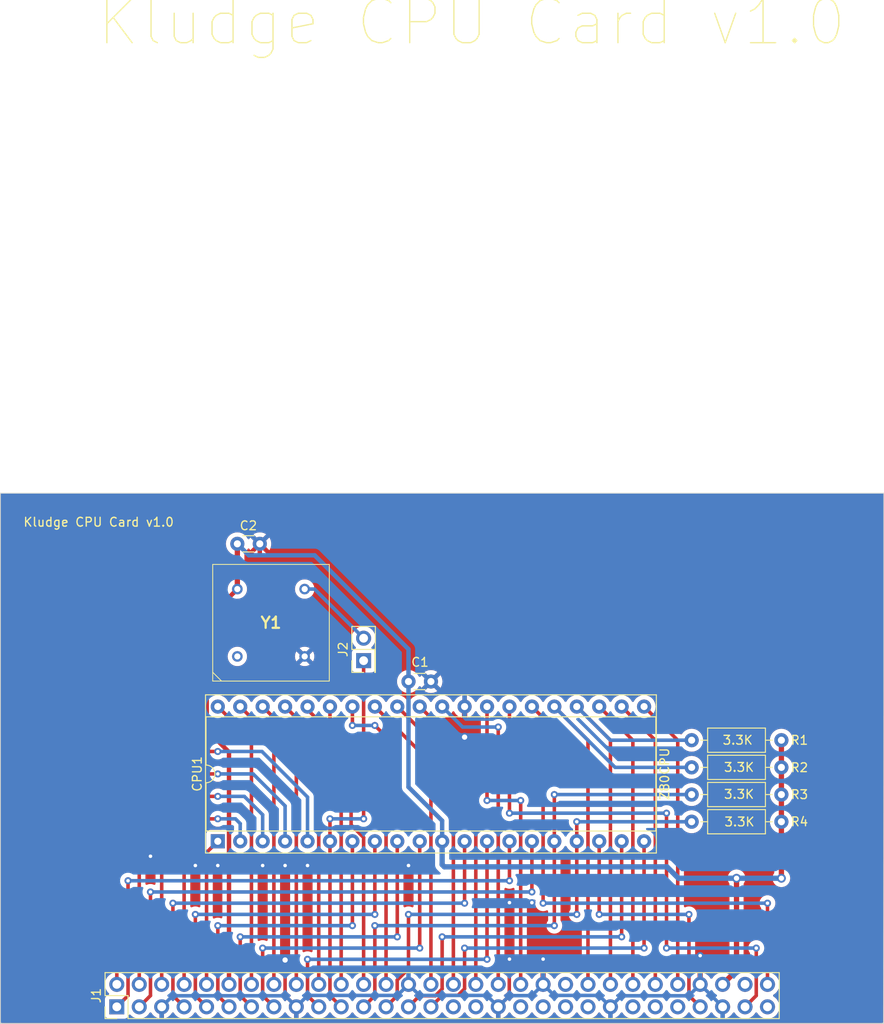
<source format=kicad_pcb>
(kicad_pcb (version 20240108) (generator "pcbnew") (generator_version "8.0")
  (layers (0 "F.Cu" signal) (31 "B.Cu" signal) (34 "B.Paste" user) (35 "F.Paste" user) (36 "B.SilkS" user "B.Silkscreen") (37 "F.SilkS" user "F.Silkscreen") (38 "B.Mask" user) (39 "F.Mask" user) (44 "Edge.Cuts" user))
  (net 0 "")
  (net 1 "VCC")
  (net 2 "GND")
  (net 3 "SYSCLK")
  (net 4 "INT")
  (net 5 "NMI")
  (net 6 "HALT")
  (net 7 "MREQ")
  (net 8 "IOREQ")
  (net 9 "RD")
  (net 10 "WR")
  (net 11 "BUSAK")
  (net 12 "WAIT")
  (net 13 "BUSRQ")
  (net 14 "RESET")
  (net 15 "M1")
  (net 16 "RFSH")
  (net 18 "Net-(J2-Pin_2)")
  (net 20 "/A3")
  (net 21 "/A12")
  (net 22 "/A7")
  (net 23 "/A6")
  (net 24 "/D6")
  (net 25 "/D4")
  (net 26 "/A9")
  (net 27 "/A4")
  (net 28 "/D1")
  (net 29 "/A8")
  (net 30 "/A11")
  (net 31 "/A1")
  (net 32 "/A15")
  (net 33 "/A13")
  (net 34 "/A5")
  (net 35 "/A0")
  (net 36 "/D2")
  (net 37 "/A10")
  (net 38 "/D7")
  (net 39 "/A14")
  (net 40 "/A2")
  (net 41 "/D3")
  (net 42 "/D5")
  (net 50 "/D0")
  (footprint "Z80 Parts:C_Disc_D3.0mm_W1.6mm_P2.54mm" (layer "F.Cu") (at 146.195 111.31)
    (property "Reference" "C1" (at 1.3 -2.185 0) (layer "F.SilkS"))
    (property "Value" "100 nF")
    (fp_line (start 0.621 -0.92) (end 1.879 -0.92) (stroke (width 0.12)) (layer "F.SilkS"))
    (fp_line (start 0.621 0.92) (end 1.879 0.92) (stroke (width 0.12)) (layer "F.SilkS"))
    (pad "1" thru_hole circle (at 0 0) (size 1.6 1.6) (drill 0.8) (layers "*.Cu" "*.Mask") (net 1 "VCC"))
    (pad "2" thru_hole circle (at 2.54 0) (size 1.6 1.6) (drill 0.8) (layers "*.Cu" "*.Mask") (net 2 "GND"))
  )
  (footprint "Resistor_THT:R_Axial_DIN0207_L6.3mm_D2.5mm_P10.16mm_Horizontal" (layer "F.Cu") (at 178.25 127.175)
    (property "Reference" "R4" (at 12.2 0 0) (layer "F.SilkS"))
    (property "Value" "3.3K")
    (fp_line (start 1.04 0) (end 1.81 0) (stroke (width 0.12)) (layer "F.SilkS"))
    (fp_line (start 1.81 -1.37) (end 1.81 1.37) (stroke (width 0.12)) (layer "F.SilkS"))
    (fp_line (start 1.81 1.37) (end 8.35 1.37) (stroke (width 0.12)) (layer "F.SilkS"))
    (fp_line (start 8.35 -1.37) (end 1.81 -1.37) (stroke (width 0.12)) (layer "F.SilkS"))
    (fp_line (start 8.35 1.37) (end 8.35 -1.37) (stroke (width 0.12)) (layer "F.SilkS"))
    (fp_line (start 9.12 0) (end 8.35 0) (stroke (width 0.12)) (layer "F.SilkS"))
    (pad "1" thru_hole circle (at 0 0) (size 1.6 1.6) (drill 0.8) (layers "*.Cu" "*.Mask") (net 5 "NMI"))
    (pad "2" thru_hole oval (at 10.16 0) (size 1.6 1.6) (drill 0.8) (layers "*.Cu" "*.Mask") (net 1 "VCC"))
  )
  (footprint "Z80 Parts:ECS-2100AX-100" (layer "F.Cu") (at 126.82 108.47)
    (property "Reference" "Y1" (at 3.81 -3.81 0) (layer "F.SilkS") (effects (font (size 1.27 1.27) (thickness 0.254))))
    (property "Value" "ECS-2100AX-200" (hide yes))
    (fp_line (start -2.79 -10.41) (end -2.79 2.79) (stroke (width 0.1)) (layer "F.SilkS"))
    (fp_line (start -2.79 2.79) (end -1.79 2.79) (stroke (width 0.1)) (layer "F.SilkS"))
    (fp_line (start -2.79 2.79) (end 10.41 2.79) (stroke (width 0.1)) (layer "F.SilkS"))
    (fp_line (start -1.79 2.79) (end -2.79 1.79) (stroke (width 0.1)) (layer "F.SilkS"))
    (fp_line (start 10.41 -10.41) (end -2.79 -10.41) (stroke (width 0.1)) (layer "F.SilkS"))
    (fp_line (start 10.41 2.79) (end 10.41 -10.41) (stroke (width 0.1)) (layer "F.SilkS"))
    (pad "1" thru_hole circle (at 0 0) (size 1.2 1.2) (drill 0.7) (layers "*.Cu" "*.Mask"))
    (pad "4" thru_hole circle (at 7.62 0) (size 1.2 1.2) (drill 0.7) (layers "*.Cu" "*.Mask") (net 2 "GND"))
    (pad "5" thru_hole circle (at 7.62 -7.62) (size 1.2 1.2) (drill 0.7) (layers "*.Cu" "*.Mask") (net 18 "Net-(J2-Pin_2)"))
    (pad "8" thru_hole circle (at 0 -7.62) (size 1.2 1.2) (drill 0.7) (layers "*.Cu" "*.Mask") (net 1 "VCC"))
  )
  (footprint "Connector_PinHeader_2.54mm:PinHeader_2x30_P2.54mm_Vertical" (layer "F.Cu") (at 113.175 148.115 90)
    (property "Reference" "J1" (at 1.27 -2.33 90) (layer "F.SilkS"))
    (property "Value" "Conn1")
    (fp_line (start 3.87 -1.33) (end 3.87 74.99) (stroke (width 0.12)) (layer "F.SilkS"))
    (fp_line (start 1.27 -1.33) (end 3.87 -1.33) (stroke (width 0.12)) (layer "F.SilkS"))
    (fp_line (start -1.33 -1.33) (end 0 -1.33) (stroke (width 0.12)) (layer "F.SilkS"))
    (fp_line (start -1.33 0) (end -1.33 -1.33) (stroke (width 0.12)) (layer "F.SilkS"))
    (fp_line (start 1.27 1.27) (end 1.27 -1.33) (stroke (width 0.12)) (layer "F.SilkS"))
    (fp_line (start -1.33 1.27) (end 1.27 1.27) (stroke (width 0.12)) (layer "F.SilkS"))
    (fp_line (start -1.33 1.27) (end -1.33 74.99) (stroke (width 0.12)) (layer "F.SilkS"))
    (fp_line (start -1.33 74.99) (end 3.87 74.99) (stroke (width 0.12)) (layer "F.SilkS"))
    (pad "1" thru_hole rect (at 0 0 90) (size 1.7 1.7) (drill 1) (layers "*.Cu" "*.Mask") (net 50 "/D0"))
    (pad "2" thru_hole oval (at 2.54 0 90) (size 1.7 1.7) (drill 1) (layers "*.Cu" "*.Mask") (net 32 "/A15"))
    (pad "3" thru_hole oval (at 0 2.54 90) (size 1.7 1.7) (drill 1) (layers "*.Cu" "*.Mask") (net 28 "/D1"))
    (pad "4" thru_hole oval (at 2.54 2.54 90) (size 1.7 1.7) (drill 1) (layers "*.Cu" "*.Mask") (net 39 "/A14"))
    (pad "5" thru_hole oval (at 0 5.08 90) (size 1.7 1.7) (drill 1) (layers "*.Cu" "*.Mask") (net 2 "GND"))
    (pad "6" thru_hole oval (at 2.54 5.08 90) (size 1.7 1.7) (drill 1) (layers "*.Cu" "*.Mask") (net 33 "/A13"))
    (pad "7" thru_hole oval (at 0 7.62 90) (size 1.7 1.7) (drill 1) (layers "*.Cu" "*.Mask") (net 36 "/D2"))
    (pad "8" thru_hole oval (at 2.54 7.62 90) (size 1.7 1.7) (drill 1) (layers "*.Cu" "*.Mask") (net 21 "/A12"))
    (pad "9" thru_hole oval (at 0 10.16 90) (size 1.7 1.7) (drill 1) (layers "*.Cu" "*.Mask") (net 41 "/D3"))
    (pad "10" thru_hole oval (at 2.54 10.16 90) (size 1.7 1.7) (drill 1) (layers "*.Cu" "*.Mask") (net 30 "/A11"))
    (pad "11" thru_hole oval (at 0 12.7 90) (size 1.7 1.7) (drill 1) (layers "*.Cu" "*.Mask") (net 25 "/D4"))
    (pad "12" thru_hole oval (at 2.54 12.7 90) (size 1.7 1.7) (drill 1) (layers "*.Cu" "*.Mask") (net 1 "VCC"))
    (pad "13" thru_hole oval (at 0 15.24 90) (size 1.7 1.7) (drill 1) (layers "*.Cu" "*.Mask") (net 42 "/D5"))
    (pad "14" thru_hole oval (at 2.54 15.24 90) (size 1.7 1.7) (drill 1) (layers "*.Cu" "*.Mask") (net 37 "/A10"))
    (pad "15" thru_hole oval (at 0 17.78 90) (size 1.7 1.7) (drill 1) (layers "*.Cu" "*.Mask") (net 24 "/D6"))
    (pad "16" thru_hole oval (at 2.54 17.78 90) (size 1.7 1.7) (drill 1) (layers "*.Cu" "*.Mask") (net 26 "/A9"))
    (pad "17" thru_hole oval (at 0 20.32 90) (size 1.7 1.7) (drill 1) (layers "*.Cu" "*.Mask") (net 2 "GND"))
    (pad "18" thru_hole oval (at 2.54 20.32 90) (size 1.7 1.7) (drill 1) (layers "*.Cu" "*.Mask") (net 29 "/A8"))
    (pad "19" thru_hole oval (at 0 22.86 90) (size 1.7 1.7) (drill 1) (layers "*.Cu" "*.Mask") (net 38 "/D7"))
    (pad "20" thru_hole oval (at 2.54 22.86 90) (size 1.7 1.7) (drill 1) (layers "*.Cu" "*.Mask") (net 22 "/A7"))
    (pad "21" thru_hole oval (at 0 25.4 90) (size 1.7 1.7) (drill 1) (layers "*.Cu" "*.Mask") (net 3 "SYSCLK"))
    (pad "22" thru_hole oval (at 2.54 25.4 90) (size 1.7 1.7) (drill 1) (layers "*.Cu" "*.Mask") (net 23 "/A6"))
    (pad "23" thru_hole oval (at 0 27.94 90) (size 1.7 1.7) (drill 1) (layers "*.Cu" "*.Mask") (net 4 "INT"))
    (pad "24" thru_hole oval (at 2.54 27.94 90) (size 1.7 1.7) (drill 1) (layers "*.Cu" "*.Mask") (net 34 "/A5"))
    (pad "25" thru_hole oval (at 0 30.48 90) (size 1.7 1.7) (drill 1) (layers "*.Cu" "*.Mask") (net 5 "NMI"))
    (pad "26" thru_hole oval (at 2.54 30.48 90) (size 1.7 1.7) (drill 1) (layers "*.Cu" "*.Mask") (net 27 "/A4"))
    (pad "27" thru_hole oval (at 0 33.02 90) (size 1.7 1.7) (drill 1) (layers "*.Cu" "*.Mask") (net 7 "MREQ"))
    (pad "28" thru_hole oval (at 2.54 33.02 90) (size 1.7 1.7) (drill 1) (layers "*.Cu" "*.Mask") (net 2 "GND"))
    (pad "29" thru_hole oval (at 0 35.56 90) (size 1.7 1.7) (drill 1) (layers "*.Cu" "*.Mask") (net 8 "IOREQ"))
    (pad "30" thru_hole oval (at 2.54 35.56 90) (size 1.7 1.7) (drill 1) (layers "*.Cu" "*.Mask") (net 20 "/A3"))
    (pad "31" thru_hole oval (at 0 38.1 90) (size 1.7 1.7) (drill 1) (layers "*.Cu" "*.Mask"))
    (pad "32" thru_hole oval (at 2.54 38.1 90) (size 1.7 1.7) (drill 1) (layers "*.Cu" "*.Mask") (net 40 "/A2"))
    (pad "33" thru_hole oval (at 0 40.64 90) (size 1.7 1.7) (drill 1) (layers "*.Cu" "*.Mask"))
    (pad "34" thru_hole oval (at 2.54 40.64 90) (size 1.7 1.7) (drill 1) (layers "*.Cu" "*.Mask") (net 31 "/A1"))
    (pad "35" thru_hole oval (at 0 43.18 90) (size 1.7 1.7) (drill 1) (layers "*.Cu" "*.Mask") (net 2 "GND"))
    (pad "36" thru_hole oval (at 2.54 43.18 90) (size 1.7 1.7) (drill 1) (layers "*.Cu" "*.Mask") (net 35 "/A0"))
    (pad "37" thru_hole oval (at 0 45.72 90) (size 1.7 1.7) (drill 1) (layers "*.Cu" "*.Mask"))
    (pad "38" thru_hole oval (at 2.54 45.72 90) (size 1.7 1.7) (drill 1) (layers "*.Cu" "*.Mask") (net 16 "RFSH"))
    (pad "39" thru_hole oval (at 0 48.26 90) (size 1.7 1.7) (drill 1) (layers "*.Cu" "*.Mask"))
    (pad "40" thru_hole oval (at 2.54 48.26 90) (size 1.7 1.7) (drill 1) (layers "*.Cu" "*.Mask") (net 2 "GND"))
    (pad "41" thru_hole oval (at 0 50.8 90) (size 1.7 1.7) (drill 1) (layers "*.Cu" "*.Mask"))
    (pad "42" thru_hole oval (at 2.54 50.8 90) (size 1.7 1.7) (drill 1) (layers "*.Cu" "*.Mask"))
    (pad "43" thru_hole oval (at 0 53.34 90) (size 1.7 1.7) (drill 1) (layers "*.Cu" "*.Mask"))
    (pad "44" thru_hole oval (at 2.54 53.34 90) (size 1.7 1.7) (drill 1) (layers "*.Cu" "*.Mask") (net 13 "BUSRQ"))
    (pad "45" thru_hole oval (at 0 55.88 90) (size 1.7 1.7) (drill 1) (layers "*.Cu" "*.Mask") (net 2 "GND"))
    (pad "46" thru_hole oval (at 2.54 55.88 90) (size 1.7 1.7) (drill 1) (layers "*.Cu" "*.Mask") (net 12 "WAIT"))
    (pad "47" thru_hole oval (at 0 58.42 90) (size 1.7 1.7) (drill 1) (layers "*.Cu" "*.Mask"))
    (pad "48" thru_hole oval (at 2.54 58.42 90) (size 1.7 1.7) (drill 1) (layers "*.Cu" "*.Mask") (net 11 "BUSAK"))
    (pad "49" thru_hole oval (at 0 60.96 90) (size 1.7 1.7) (drill 1) (layers "*.Cu" "*.Mask"))
    (pad "50" thru_hole oval (at 2.54 60.96 90) (size 1.7 1.7) (drill 1) (layers "*.Cu" "*.Mask") (net 10 "WR"))
    (pad "51" thru_hole oval (at 0 63.5 90) (size 1.7 1.7) (drill 1) (layers "*.Cu" "*.Mask"))
    (pad "52" thru_hole oval (at 2.54 63.5 90) (size 1.7 1.7) (drill 1) (layers "*.Cu" "*.Mask") (net 9 "RD"))
    (pad "53" thru_hole oval (at 0 66.04 90) (size 1.7 1.7) (drill 1) (layers "*.Cu" "*.Mask") (net 6 "HALT"))
    (pad "54" thru_hole oval (at 2.54 66.04 90) (size 1.7 1.7) (drill 1) (layers "*.Cu" "*.Mask") (net 2 "GND"))
    (pad "55" thru_hole oval (at 0 68.58 90) (size 1.7 1.7) (drill 1) (layers "*.Cu" "*.Mask") (net 2 "GND"))
    (pad "56" thru_hole oval (at 2.54 68.58 90) (size 1.7 1.7) (drill 1) (layers "*.Cu" "*.Mask") (net 1 "VCC"))
    (pad "57" thru_hole oval (at 0 71.12 90) (size 1.7 1.7) (drill 1) (layers "*.Cu" "*.Mask") (net 15 "M1"))
    (pad "58" thru_hole oval (at 2.54 71.12 90) (size 1.7 1.7) (drill 1) (layers "*.Cu" "*.Mask"))
    (pad "59" thru_hole oval (at 0 73.66 90) (size 1.7 1.7) (drill 1) (layers "*.Cu" "*.Mask"))
    (pad "60" thru_hole oval (at 2.54 73.66 90) (size 1.7 1.7) (drill 1) (layers "*.Cu" "*.Mask") (net 14 "RESET"))
  )
  (footprint "Connector_PinHeader_2.54mm:PinHeader_2x01_P2.54mm_Vertical" (layer "F.Cu") (at 141.115 108.95 90)
    (property "Reference" "J2" (at 1.27 -2.33 90) (layer "F.SilkS"))
    (property "Value" "osc_header")
    (fp_line (start 3.87 -1.33) (end 3.87 1.33) (stroke (width 0.12)) (layer "F.SilkS"))
    (fp_line (start 1.27 -1.33) (end 3.87 -1.33) (stroke (width 0.12)) (layer "F.SilkS"))
    (fp_line (start -1.33 -1.33) (end 0 -1.33) (stroke (width 0.12)) (layer "F.SilkS"))
    (fp_line (start -1.33 0) (end -1.33 -1.33) (stroke (width 0.12)) (layer "F.SilkS"))
    (fp_line (start 1.27 1.27) (end 1.27 -1.33) (stroke (width 0.12)) (layer "F.SilkS"))
    (fp_line (start -1.33 1.27) (end 1.27 1.27) (stroke (width 0.12)) (layer "F.SilkS"))
    (fp_line (start -1.33 1.27) (end -1.33 1.33) (stroke (width 0.12)) (layer "F.SilkS"))
    (fp_line (start -1.33 1.33) (end 3.87 1.33) (stroke (width 0.12)) (layer "F.SilkS"))
    (pad "1" thru_hole rect (at 0 0 90) (size 1.7 1.7) (drill 1) (layers "*.Cu" "*.Mask") (net 3 "SYSCLK"))
    (pad "2" thru_hole oval (at 2.54 0 90) (size 1.7 1.7) (drill 1) (layers "*.Cu" "*.Mask") (net 18 "Net-(J2-Pin_2)"))
  )
  (footprint "Resistor_THT:R_Axial_DIN0207_L6.3mm_D2.5mm_P10.16mm_Horizontal" (layer "F.Cu") (at 178.25 124.1)
    (property "Reference" "R3" (at 12.2 0 0) (layer "F.SilkS"))
    (property "Value" "3.3K")
    (fp_line (start 1.04 0) (end 1.81 0) (stroke (width 0.12)) (layer "F.SilkS"))
    (fp_line (start 1.81 -1.37) (end 1.81 1.37) (stroke (width 0.12)) (layer "F.SilkS"))
    (fp_line (start 1.81 1.37) (end 8.35 1.37) (stroke (width 0.12)) (layer "F.SilkS"))
    (fp_line (start 8.35 -1.37) (end 1.81 -1.37) (stroke (width 0.12)) (layer "F.SilkS"))
    (fp_line (start 8.35 1.37) (end 8.35 -1.37) (stroke (width 0.12)) (layer "F.SilkS"))
    (fp_line (start 9.12 0) (end 8.35 0) (stroke (width 0.12)) (layer "F.SilkS"))
    (pad "1" thru_hole circle (at 0 0) (size 1.6 1.6) (drill 0.8) (layers "*.Cu" "*.Mask") (net 4 "INT"))
    (pad "2" thru_hole oval (at 10.16 0) (size 1.6 1.6) (drill 0.8) (layers "*.Cu" "*.Mask") (net 1 "VCC"))
  )
  (footprint "Z80 Parts:C_Disc_D3.0mm_W1.6mm_P2.54mm" (layer "F.Cu") (at 126.82 95.73)
    (property "Reference" "C2" (at 1.25 -2.05 180) (layer "F.SilkS"))
    (property "Value" "100 nF")
    (fp_line (start 0.621 -0.92) (end 1.879 -0.92) (stroke (width 0.12)) (layer "F.SilkS"))
    (fp_line (start 0.621 0.92) (end 1.879 0.92) (stroke (width 0.12)) (layer "F.SilkS"))
    (pad "1" thru_hole circle (at 0 0) (size 1.6 1.6) (drill 0.8) (layers "*.Cu" "*.Mask") (net 1 "VCC"))
    (pad "2" thru_hole circle (at 2.54 0) (size 1.6 1.6) (drill 0.8) (layers "*.Cu" "*.Mask") (net 2 "GND"))
  )
  (footprint "Resistor_THT:R_Axial_DIN0207_L6.3mm_D2.5mm_P10.16mm_Horizontal" (layer "F.Cu") (at 178.25 117.95)
    (property "Reference" "R1" (at 12.2 0 0) (layer "F.SilkS"))
    (property "Value" "3.3K")
    (fp_line (start 1.04 0) (end 1.81 0) (stroke (width 0.12)) (layer "F.SilkS"))
    (fp_line (start 1.81 -1.37) (end 1.81 1.37) (stroke (width 0.12)) (layer "F.SilkS"))
    (fp_line (start 1.81 1.37) (end 8.35 1.37) (stroke (width 0.12)) (layer "F.SilkS"))
    (fp_line (start 8.35 -1.37) (end 1.81 -1.37) (stroke (width 0.12)) (layer "F.SilkS"))
    (fp_line (start 8.35 1.37) (end 8.35 -1.37) (stroke (width 0.12)) (layer "F.SilkS"))
    (fp_line (start 9.12 0) (end 8.35 0) (stroke (width 0.12)) (layer "F.SilkS"))
    (pad "1" thru_hole circle (at 0 0) (size 1.6 1.6) (drill 0.8) (layers "*.Cu" "*.Mask") (net 12 "WAIT"))
    (pad "2" thru_hole oval (at 10.16 0) (size 1.6 1.6) (drill 0.8) (layers "*.Cu" "*.Mask") (net 1 "VCC"))
  )
  (footprint "Package_DIP:DIP-40_W15.24mm_Socket" (layer "F.Cu") (at 124.605 129.385 90)
    (property "Reference" "CPU1" (at 7.62 -2.33 90) (layer "F.SilkS"))
    (property "Value" "Z80CPU" (at 7.62 50.59 90) (layer "F.SilkS"))
    (fp_line (start 16.57 -1.39) (end -1.33 -1.39) (stroke (width 0.12)) (layer "F.SilkS"))
    (fp_line (start -1.33 -1.39) (end -1.33 49.65) (stroke (width 0.12)) (layer "F.SilkS"))
    (fp_line (start 14.08 -1.33) (end 8.62 -1.33) (stroke (width 0.12)) (layer "F.SilkS"))
    (fp_line (start 6.62 -1.33) (end 1.16 -1.33) (stroke (width 0.12)) (layer "F.SilkS"))
    (fp_line (start 1.16 -1.33) (end 1.16 49.59) (stroke (width 0.12)) (layer "F.SilkS"))
    (fp_line (start 14.08 49.59) (end 14.08 -1.33) (stroke (width 0.12)) (layer "F.SilkS"))
    (fp_line (start 1.16 49.59) (end 14.08 49.59) (stroke (width 0.12)) (layer "F.SilkS"))
    (fp_line (start 16.57 49.65) (end 16.57 -1.39) (stroke (width 0.12)) (layer "F.SilkS"))
    (fp_line (start -1.33 49.65) (end 16.57 49.65) (stroke (width 0.12)) (layer "F.SilkS"))
    (fp_arc (start 8.62 -1.33) (mid 7.62 -0.33) (end 6.62 -1.33) (stroke (width 0.12)) (layer "F.SilkS"))
    (pad "1" thru_hole rect (at 0 0 90) (size 1.6 1.6) (drill 0.8) (layers "*.Cu" "*.Mask") (net 30 "/A11"))
    (pad "2" thru_hole oval (at 0 2.54 90) (size 1.6 1.6) (drill 0.8) (layers "*.Cu" "*.Mask") (net 21 "/A12"))
    (pad "3" thru_hole oval (at 0 5.08 90) (size 1.6 1.6) (drill 0.8) (layers "*.Cu" "*.Mask") (net 33 "/A13"))
    (pad "4" thru_hole oval (at 0 7.62 90) (size 1.6 1.6) (drill 0.8) (layers "*.Cu" "*.Mask") (net 39 "/A14"))
    (pad "5" thru_hole oval (at 0 10.16 90) (size 1.6 1.6) (drill 0.8) (layers "*.Cu" "*.Mask") (net 32 "/A15"))
    (pad "6" thru_hole oval (at 0 12.7 90) (size 1.6 1.6) (drill 0.8) (layers "*.Cu" "*.Mask") (net 3 "SYSCLK"))
    (pad "7" thru_hole oval (at 0 15.24 90) (size 1.6 1.6) (drill 0.8) (layers "*.Cu" "*.Mask") (net 25 "/D4"))
    (pad "8" thru_hole oval (at 0 17.78 90) (size 1.6 1.6) (drill 0.8) (layers "*.Cu" "*.Mask") (net 41 "/D3"))
    (pad "9" thru_hole oval (at 0 20.32 90) (size 1.6 1.6) (drill 0.8) (layers "*.Cu" "*.Mask") (net 42 "/D5"))
    (pad "10" thru_hole oval (at 0 22.86 90) (size 1.6 1.6) (drill 0.8) (layers "*.Cu" "*.Mask") (net 24 "/D6"))
    (pad "11" thru_hole oval (at 0 25.4 90) (size 1.6 1.6) (drill 0.8) (layers "*.Cu" "*.Mask") (net 1 "VCC"))
    (pad "12" thru_hole oval (at 0 27.94 90) (size 1.6 1.6) (drill 0.8) (layers "*.Cu" "*.Mask") (net 36 "/D2"))
    (pad "13" thru_hole oval (at 0 30.48 90) (size 1.6 1.6) (drill 0.8) (layers "*.Cu" "*.Mask") (net 38 "/D7"))
    (pad "14" thru_hole oval (at 0 33.02 90) (size 1.6 1.6) (drill 0.8) (layers "*.Cu" "*.Mask") (net 50 "/D0"))
    (pad "15" thru_hole oval (at 0 35.56 90) (size 1.6 1.6) (drill 0.8) (layers "*.Cu" "*.Mask") (net 28 "/D1"))
    (pad "16" thru_hole oval (at 0 38.1 90) (size 1.6 1.6) (drill 0.8) (layers "*.Cu" "*.Mask") (net 4 "INT"))
    (pad "17" thru_hole oval (at 0 40.64 90) (size 1.6 1.6) (drill 0.8) (layers "*.Cu" "*.Mask") (net 5 "NMI"))
    (pad "18" thru_hole oval (at 0 43.18 90) (size 1.6 1.6) (drill 0.8) (layers "*.Cu" "*.Mask") (net 6 "HALT"))
    (pad "19" thru_hole oval (at 0 45.72 90) (size 1.6 1.6) (drill 0.8) (layers "*.Cu" "*.Mask") (net 7 "MREQ"))
    (pad "20" thru_hole oval (at 0 48.26 90) (size 1.6 1.6) (drill 0.8) (layers "*.Cu" "*.Mask") (net 8 "IOREQ"))
    (pad "21" thru_hole oval (at 15.24 48.26 90) (size 1.6 1.6) (drill 0.8) (layers "*.Cu" "*.Mask") (net 9 "RD"))
    (pad "22" thru_hole oval (at 15.24 45.72 90) (size 1.6 1.6) (drill 0.8) (layers "*.Cu" "*.Mask") (net 10 "WR"))
    (pad "23" thru_hole oval (at 15.24 43.18 90) (size 1.6 1.6) (drill 0.8) (layers "*.Cu" "*.Mask") (net 11 "BUSAK"))
    (pad "24" thru_hole oval (at 15.24 40.64 90) (size 1.6 1.6) (drill 0.8) (layers "*.Cu" "*.Mask") (net 12 "WAIT"))
    (pad "25" thru_hole oval (at 15.24 38.1 90) (size 1.6 1.6) (drill 0.8) (layers "*.Cu" "*.Mask") (net 13 "BUSRQ"))
    (pad "26" thru_hole oval (at 15.24 35.56 90) (size 1.6 1.6) (drill 0.8) (layers "*.Cu" "*.Mask") (net 14 "RESET"))
    (pad "27" thru_hole oval (at 15.24 33.02 90) (size 1.6 1.6) (drill 0.8) (layers "*.Cu" "*.Mask") (net 15 "M1"))
    (pad "28" thru_hole oval (at 15.24 30.48 90) (size 1.6 1.6) (drill 0.8) (layers "*.Cu" "*.Mask") (net 16 "RFSH"))
    (pad "29" thru_hole oval (at 15.24 27.94 90) (size 1.6 1.6) (drill 0.8) (layers "*.Cu" "*.Mask") (net 2 "GND"))
    (pad "30" thru_hole oval (at 15.24 25.4 90) (size 1.6 1.6) (drill 0.8) (layers "*.Cu" "*.Mask") (net 35 "/A0"))
    (pad "31" thru_hole oval (at 15.24 22.86 90) (size 1.6 1.6) (drill 0.8) (layers "*.Cu" "*.Mask") (net 31 "/A1"))
    (pad "32" thru_hole oval (at 15.24 20.32 90) (size 1.6 1.6) (drill 0.8) (layers "*.Cu" "*.Mask") (net 40 "/A2"))
    (pad "33" thru_hole oval (at 15.24 17.78 90) (size 1.6 1.6) (drill 0.8) (layers "*.Cu" "*.Mask") (net 20 "/A3"))
    (pad "34" thru_hole oval (at 15.24 15.24 90) (size 1.6 1.6) (drill 0.8) (layers "*.Cu" "*.Mask") (net 27 "/A4"))
    (pad "35" thru_hole oval (at 15.24 12.7 90) (size 1.6 1.6) (drill 0.8) (layers "*.Cu" "*.Mask") (net 34 "/A5"))
    (pad "36" thru_hole oval (at 15.24 10.16 90) (size 1.6 1.6) (drill 0.8) (layers "*.Cu" "*.Mask") (net 23 "/A6"))
    (pad "37" thru_hole oval (at 15.24 7.62 90) (size 1.6 1.6) (drill 0.8) (layers "*.Cu" "*.Mask") (net 22 "/A7"))
    (pad "38" thru_hole oval (at 15.24 5.08 90) (size 1.6 1.6) (drill 0.8) (layers "*.Cu" "*.Mask") (net 29 "/A8"))
    (pad "39" thru_hole oval (at 15.24 2.54 90) (size 1.6 1.6) (drill 0.8) (layers "*.Cu" "*.Mask") (net 26 "/A9"))
    (pad "40" thru_hole oval (at 15.24 0 90) (size 1.6 1.6) (drill 0.8) (layers "*.Cu" "*.Mask") (net 37 "/A10"))
  )
  (footprint "Resistor_THT:R_Axial_DIN0207_L6.3mm_D2.5mm_P10.16mm_Horizontal" (layer "F.Cu") (at 178.25 121.025)
    (property "Reference" "R2" (at 12.2 0.025 0) (layer "F.SilkS"))
    (property "Value" "3.3K")
    (fp_line (start 1.04 0) (end 1.81 0) (stroke (width 0.12)) (layer "F.SilkS"))
    (fp_line (start 1.81 -1.37) (end 1.81 1.37) (stroke (width 0.12)) (layer "F.SilkS"))
    (fp_line (start 1.81 1.37) (end 8.35 1.37) (stroke (width 0.12)) (layer "F.SilkS"))
    (fp_line (start 8.35 -1.37) (end 1.81 -1.37) (stroke (width 0.12)) (layer "F.SilkS"))
    (fp_line (start 8.35 1.37) (end 8.35 -1.37) (stroke (width 0.12)) (layer "F.SilkS"))
    (fp_line (start 9.12 0) (end 8.35 0) (stroke (width 0.12)) (layer "F.SilkS"))
    (pad "1" thru_hole circle (at 0 0) (size 1.6 1.6) (drill 0.8) (layers "*.Cu" "*.Mask") (net 13 "BUSRQ"))
    (pad "2" thru_hole oval (at 10.16 0) (size 1.6 1.6) (drill 0.8) (layers "*.Cu" "*.Mask") (net 1 "VCC"))
  )
  (gr_line (start 100 150) (end 100 90) (stroke (width 0.1)) (layer "Edge.Cuts"))
  (gr_line (start 200 90) (end 200 150) (stroke (width 0.1)) (layer "Edge.Cuts"))
  (gr_line (start 100 150) (end 200 150) (stroke (width 0.1)) (layer "Edge.Cuts"))
  (gr_line (start 100 90) (end 200 90) (stroke (width 0.1)) (layer "Edge.Cuts"))
  (gr_text "3.3K" (at 181.825 124.65 0) (layer "F.SilkS") (effects (font (size 1 1)) (justify left bottom)))
  (gr_text "3.3K" (at 181.675 118.525 0) (layer "F.SilkS") (effects (font (size 1 1)) (justify left bottom)))
  (gr_text "Kludge CPU Card v1.0" (at 102.52 93.86 0) (layer "F.SilkS") (effects (font (size 1 1)) (justify left bottom)))
  (gr_text "3.3K" (at 181.825 121.6 0) (layer "F.SilkS") (effects (font (size 1 1)) (justify left bottom)))
  (gr_text "3.3K" (at 181.875 127.775 0) (layer "F.SilkS") (effects (font (size 1 1)) (justify left bottom)))
  (gr_text "Kludge CPU Card v1.0\n" (at 110.76 39.65 0) (layer "F.SilkS") (effects (font (size 5 5)) (justify left bottom)))
  (segment (start 188.41 121.025) (end 188.41 117.95) (width 0.6) (layer "F.Cu") (net 1))
  (segment (start 183.33 144) (end 183.33 133.57) (width 0.6) (layer "F.Cu") (net 1))
  (segment (start 123.355 104.315) (end 126.82 100.85) (width 0.5) (layer "F.Cu") (net 1))
  (segment (start 188.41 124.1) (end 188.41 121.025) (width 0.6) (layer "F.Cu") (net 1))
  (segment (start 125.875 119.292918) (end 125.875 145.575) (width 0.5) (layer "F.Cu") (net 1))
  (segment (start 188.41 127.175) (end 188.41 124.1) (width 0.6) (layer "F.Cu") (net 1))
  (segment (start 188.41 133.57) (end 188.41 127.175) (width 0.6) (layer "F.Cu") (net 1))
  (segment (start 123.355 116.772918) (end 125.875 119.292918) (width 0.5) (layer "F.Cu") (net 1))
  (segment (start 123.355 116.772918) (end 123.355 104.315) (width 0.5) (layer "F.Cu") (net 1))
  (segment (start 126.82 100.85) (end 126.82 95.73) (width 0.6) (layer "F.Cu") (net 1))
  (segment (start 183.33 144) (end 181.755 145.575) (width 0.6) (layer "F.Cu") (net 1))
  (via (at 188.41 133.57) (size 1) (drill 0.6) (layers "F.Cu" "B.Cu") (net 1))
  (via (at 183.33 133.57) (size 1) (drill 0.6) (layers "F.Cu" "B.Cu") (net 1))
  (segment (start 135.57 97.03) (end 128.12 97.03) (width 0.5) (layer "B.Cu") (net 1))
  (segment (start 150.005 127.06) (end 150.005 129.385) (width 0.5) (layer "B.Cu") (net 1))
  (segment (start 176.749214 133.57) (end 175.459214 132.28) (width 0.6) (layer "B.Cu") (net 1))
  (segment (start 183.33 133.57) (end 176.749214 133.57) (width 0.6) (layer "B.Cu") (net 1))
  (segment (start 146.195 107.655) (end 135.57 97.03) (width 0.5) (layer "B.Cu") (net 1))
  (segment (start 150.005 132.025) (end 150.005 129.385) (width 0.6) (layer "B.Cu") (net 1))
  (segment (start 146.195 111.31) (end 146.195 107.655) (width 0.5) (layer "B.Cu") (net 1))
  (segment (start 150.26 132.28) (end 150.005 132.025) (width 0.6) (layer "B.Cu") (net 1))
  (segment (start 183.33 133.57) (end 188.41 133.57) (width 0.6) (layer "B.Cu") (net 1))
  (segment (start 175.459214 132.28) (end 150.26 132.28) (width 0.6) (layer "B.Cu") (net 1))
  (segment (start 128.12 97.03) (end 126.82 95.73) (width 0.5) (layer "B.Cu") (net 1))
  (segment (start 146.195 123.25) (end 146.195 111.31) (width 0.5) (layer "B.Cu") (net 1))
  (segment (start 150.005 127.06) (end 146.195 123.25) (width 0.5) (layer "B.Cu") (net 1))
  (segment (start 157.605 142.74) (end 157.625 142.72) (width 0.4) (layer "F.Cu") (net 2))
  (segment (start 133.495 148.115) (end 132.225 146.845) (width 0.4) (layer "F.Cu") (net 2))
  (segment (start 129.36 103.39) (end 134.44 108.47) (width 0.5) (layer "F.Cu") (net 2))
  (segment (start 152.545 114.145) (end 152.545 117.6) (width 0.6) (layer "F.Cu") (net 2))
  (segment (start 179.215 142.32) (end 179.215 145.575) (width 0.6) (layer "F.Cu") (net 2))
  (segment (start 129.36 95.73) (end 129.36 103.39) (width 0.5) (layer "F.Cu") (net 2))
  (segment (start 157.605 146.865) (end 157.605 142.74) (width 0.4) (layer "F.Cu") (net 2))
  (segment (start 132.225 146.845) (end 132.225 142.82) (width 0.4) (layer "F.Cu") (net 2))
  (segment (start 156.355 148.115) (end 157.605 146.865) (width 0.4) (layer "F.Cu") (net 2))
  (segment (start 161.435 142.72) (end 161.435 145.575) (width 0.6) (layer "F.Cu") (net 2))
  (via (at 157.625 136.33) (size 0.8) (drill 0.4) (layers "F.Cu" "B.Cu") (net 2))
  (via (at 152.545 117.6) (size 1) (drill 0.6) (layers "F.Cu" "B.Cu") (net 2))
  (via (at 146.195 132.13) (size 0.8) (drill 0.4) (layers "F.Cu" "B.Cu") (net 2))
  (via (at 116.985 131.08) (size 0.8) (drill 0.4) (layers "F.Cu" "B.Cu") (net 2))
  (via (at 132.225 142.82) (size 1) (drill 0.6) (layers "F.Cu" "B.Cu") (net 2))
  (via (at 179.215 142.32) (size 0.8) (drill 0.4) (layers "F.Cu" "B.Cu") (net 2))
  (via (at 157.625 142.72) (size 0.8) (drill 0.4) (layers "F.Cu" "B.Cu") (net 2))
  (via (at 134.765 132.13) (size 0.8) (drill 0.4) (layers "F.Cu" "B.Cu") (net 2))
  (via (at 132.225 132.13) (size 0.8) (drill 0.4) (layers "F.Cu" "B.Cu") (net 2))
  (via (at 122.065 132.13) (size 0.8) (drill 0.4) (layers "F.Cu" "B.Cu") (net 2))
  (via (at 160.165 136.33) (size 0.8) (drill 0.4) (layers "F.Cu" "B.Cu") (net 2))
  (via (at 129.685 132.13) (size 0.8) (drill 0.4) (layers "F.Cu" "B.Cu") (net 2))
  (via (at 124.605 132.13) (size 0.8) (drill 0.4) (layers "F.Cu" "B.Cu") (net 2))
  (via (at 161.435 142.72) (size 0.8) (drill 0.4) (layers "F.Cu" "B.Cu") (net 2))
  (segment (start 170.305 146.865) (end 177.925 146.865) (width 0.4) (layer "B.Cu") (net 2))
  (segment (start 147.445 146.825) (end 155.065 146.825) (width 0.4) (layer "B.Cu") (net 2))
  (segment (start 181.755 148.115) (end 179.215 145.575) (width 0.4) (layer "B.Cu") (net 2))
  (segment (start 155.065 146.825) (end 156.355 148.115) (width 0.4) (layer "B.Cu") (net 2))
  (segment (start 133.495 148.115) (end 132.245 146.865) (width 0.4) (layer "B.Cu") (net 2))
  (segment (start 119.505 146.865) (end 118.255 148.115) (width 0.4) (layer "B.Cu") (net 2))
  (segment (start 167.765 146.825) (end 169.055 148.115) (width 0.4) (layer "B.Cu") (net 2))
  (segment (start 157.62 146.85) (end 156.355 148.115) (width 0.4) (layer "B.Cu") (net 2))
  (segment (start 134.785 146.825) (end 133.495 148.115) (width 0.4) (layer "B.Cu") (net 2))
  (segment (start 162.685 146.825) (end 167.765 146.825) (width 0.4) (layer "B.Cu") (net 2))
  (segment (start 146.195 145.575) (end 147.445 146.825) (width 0.4) (layer "B.Cu") (net 2))
  (segment (start 146.195 145.575) (end 144.945 146.825) (width 0.4) (layer "B.Cu") (net 2))
  (segment (start 177.925 146.865) (end 179.215 145.575) (width 0.4) (layer "B.Cu") (net 2))
  (segment (start 160.16 146.85) (end 157.62 146.85) (width 0.4) (layer "B.Cu") (net 2))
  (segment (start 161.435 145.575) (end 160.16 146.85) (width 0.4) (layer "B.Cu") (net 2))
  (segment (start 169.055 148.115) (end 170.305 146.865) (width 0.4) (layer "B.Cu") (net 2))
  (segment (start 161.435 145.575) (end 162.685 146.825) (width 0.4) (layer "B.Cu") (net 2))
  (segment (start 132.245 146.865) (end 119.505 146.865) (width 0.4) (layer "B.Cu") (net 2))
  (segment (start 144.945 146.825) (end 134.785 146.825) (width 0.4) (layer "B.Cu") (net 2))
  (segment (start 137.305 146.845) (end 137.305 129.385) (width 0.4) (layer "F.Cu") (net 3))
  (segment (start 141.115 126.845) (end 141.115 108.95) (width 0.4) (layer "F.Cu") (net 3))
  (segment (start 137.305 146.845) (end 138.575 148.115) (width 0.4) (layer "F.Cu") (net 3))
  (segment (start 137.305 126.845) (end 137.305 129.385) (width 0.4) (layer "F.Cu") (net 3))
  (via (at 141.115 126.845) (size 0.8) (drill 0.4) (layers "F.Cu" "B.Cu") (net 3))
  (via (at 137.305 126.845) (size 0.8) (drill 0.4) (layers "F.Cu" "B.Cu") (net 3))
  (segment (start 137.305 126.845) (end 141.115 126.845) (width 0.4) (layer "B.Cu") (net 3))
  (segment (start 142.385 146.845) (end 141.115 148.115) (width 0.4) (layer "F.Cu") (net 4))
  (segment (start 162.705 138.93) (end 162.705 129.385) (width 0.4) (layer "F.Cu") (net 4))
  (segment (start 162.705 124.1) (end 162.705 129.385) (width 0.4) (layer "F.Cu") (net 4))
  (segment (start 142.385 138.93) (end 142.385 146.845) (width 0.4) (layer "F.Cu") (net 4))
  (via (at 142.385 138.93) (size 0.8) (drill 0.4) (layers "F.Cu" "B.Cu") (net 4))
  (via (at 162.705 124.1) (size 0.8) (drill 0.4) (layers "F.Cu" "B.Cu") (net 4))
  (via (at 162.705 138.93) (size 0.8) (drill 0.4) (layers "F.Cu" "B.Cu") (net 4))
  (segment (start 162.705 124.1) (end 178.25 124.1) (width 0.4) (layer "B.Cu") (net 4))
  (segment (start 142.385 138.93) (end 162.705 138.93) (width 0.4) (layer "B.Cu") (net 4))
  (segment (start 144.92 145.082233) (end 144.92 146.85) (width 0.4) (layer "F.Cu") (net 5))
  (segment (start 146.195 137.66) (end 146.195 143.807233) (width 0.4) (layer "F.Cu") (net 5))
  (segment (start 144.92 146.85) (end 143.655 148.115) (width 0.4) (layer "F.Cu") (net 5))
  (segment (start 165.245 127.175) (end 165.245 129.385) (width 0.4) (layer "F.Cu") (net 5))
  (segment (start 146.195 143.807233) (end 144.92 145.082233) (width 0.4) (layer "F.Cu") (net 5))
  (segment (start 165.245 137.66) (end 165.245 129.385) (width 0.4) (layer "F.Cu") (net 5))
  (via (at 146.195 137.66) (size 0.8) (drill 0.4) (layers "F.Cu" "B.Cu") (net 5))
  (via (at 165.245 137.66) (size 0.8) (drill 0.4) (layers "F.Cu" "B.Cu") (net 5))
  (via (at 165.245 127.175) (size 0.8) (drill 0.4) (layers "F.Cu" "B.Cu") (net 5))
  (segment (start 146.195 137.66) (end 165.245 137.66) (width 0.4) (layer "B.Cu") (net 5))
  (segment (start 165.245 127.175) (end 178.25 127.175) (width 0.4) (layer "B.Cu") (net 5))
  (segment (start 177.945 146.845) (end 179.215 148.115) (width 0.4) (layer "F.Cu") (net 6))
  (segment (start 177.945 137.66) (end 177.945 146.845) (width 0.4) (layer "F.Cu") (net 6))
  (segment (start 167.785 129.385) (end 167.785 137.66) (width 0.4) (layer "F.Cu") (net 6))
  (via (at 167.785 137.66) (size 0.8) (drill 0.4) (layers "F.Cu" "B.Cu") (net 6))
  (via (at 177.945 137.66) (size 0.8) (drill 0.4) (layers "F.Cu" "B.Cu") (net 6))
  (segment (start 177.945 137.66) (end 167.785 137.66) (width 0.4) (layer "B.Cu") (net 6))
  (segment (start 146.195 148.115) (end 147.445 146.865) (width 0.4) (layer "F.Cu") (net 7))
  (segment (start 170.325 129.385) (end 170.325 140.2) (width 0.4) (layer "F.Cu") (net 7))
  (segment (start 149.235 146.865) (end 150.005 146.095) (width 0.4) (layer "F.Cu") (net 7))
  (segment (start 147.445 146.865) (end 149.235 146.865) (width 0.4) (layer "F.Cu") (net 7))
  (segment (start 150.005 146.095) (end 150.005 140.2) (width 0.4) (layer "F.Cu") (net 7))
  (via (at 170.325 140.2) (size 0.8) (drill 0.4) (layers "F.Cu" "B.Cu") (net 7))
  (via (at 150.005 140.2) (size 0.8) (drill 0.4) (layers "F.Cu" "B.Cu") (net 7))
  (segment (start 150.005 140.2) (end 170.325 140.2) (width 0.4) (layer "B.Cu") (net 7))
  (segment (start 172.865 141.47) (end 172.865 129.385) (width 0.4) (layer "F.Cu") (net 8))
  (segment (start 151.792767 146.825) (end 152.545 146.072767) (width 0.4) (layer "F.Cu") (net 8))
  (segment (start 148.735 148.115) (end 150.025 146.825) (width 0.4) (layer "F.Cu") (net 8))
  (segment (start 150.025 146.825) (end 151.792767 146.825) (width 0.4) (layer "F.Cu") (net 8))
  (segment (start 152.545 146.072767) (end 152.545 141.47) (width 0.4) (layer "F.Cu") (net 8))
  (via (at 152.545 141.47) (size 0.8) (drill 0.4) (layers "F.Cu" "B.Cu") (net 8))
  (via (at 172.865 141.47) (size 0.8) (drill 0.4) (layers "F.Cu" "B.Cu") (net 8))
  (segment (start 152.545 141.47) (end 172.865 141.47) (width 0.4) (layer "B.Cu") (net 8))
  (segment (start 176.675 117.955) (end 176.675 145.575) (width 0.4) (layer "F.Cu") (net 9))
  (segment (start 172.865 114.145) (end 176.675 117.955) (width 0.4) (layer "F.Cu") (net 9))
  (segment (start 174.135 117.955) (end 174.135 145.575) (width 0.4) (layer "F.Cu") (net 10))
  (segment (start 170.325 114.145) (end 174.135 117.955) (width 0.4) (layer "F.Cu") (net 10))
  (segment (start 167.785 114.145) (end 171.595 117.955) (width 0.4) (layer "F.Cu") (net 11))
  (segment (start 171.595 117.955) (end 171.595 145.575) (width 0.4) (layer "F.Cu") (net 11))
  (segment (start 169.055 117.955) (end 169.055 145.575) (width 0.4) (layer "F.Cu") (net 12))
  (segment (start 165.245 114.145) (end 169.055 117.955) (width 0.4) (layer "F.Cu") (net 12))
  (segment (start 169.05 117.95) (end 178.25 117.95) (width 0.4) (layer "B.Cu") (net 12))
  (segment (start 169.05 117.95) (end 165.245 114.145) (width 0.4) (layer "B.Cu") (net 12))
  (segment (start 166.515 145.575) (end 166.515 117.955) (width 0.4) (layer "F.Cu") (net 13))
  (segment (start 166.515 117.955) (end 162.705 114.145) (width 0.4) (layer "F.Cu") (net 13))
  (segment (start 162.705 114.145) (end 169.585 121.025) (width 0.4) (layer "B.Cu") (net 13))
  (segment (start 169.585 121.025) (end 178.25 121.025) (width 0.4) (layer "B.Cu") (net 13))
  (segment (start 161.435 136.39) (end 161.435 115.415) (width 0.4) (layer "F.Cu") (net 14))
  (segment (start 186.835 136.39) (end 186.835 145.575) (width 0.4) (layer "F.Cu") (net 14))
  (segment (start 161.435 115.415) (end 160.165 114.145) (width 0.4) (layer "F.Cu") (net 14))
  (via (at 161.435 136.39) (size 0.8) (drill 0.4) (layers "F.Cu" "B.Cu") (net 14))
  (via (at 186.835 136.39) (size 0.8) (drill 0.4) (layers "F.Cu" "B.Cu") (net 14))
  (segment (start 161.435 136.39) (end 186.835 136.39) (width 0.4) (layer "B.Cu") (net 14))
  (segment (start 185.565 146.845) (end 184.295 148.115) (width 0.4) (layer "F.Cu") (net 15))
  (segment (start 185.565 146.845) (end 185.565 141.47) (width 0.4) (layer "F.Cu") (net 15))
  (segment (start 157.625 126.205) (end 157.625 114.145) (width 0.4) (layer "F.Cu") (net 15))
  (segment (start 175.405 141.47) (end 175.405 126.205) (width 0.4) (layer "F.Cu") (net 15))
  (via (at 157.625 126.205) (size 0.8) (drill 0.4) (layers "F.Cu" "B.Cu") (net 15))
  (via (at 185.565 141.47) (size 0.8) (drill 0.4) (layers "F.Cu" "B.Cu") (net 15))
  (via (at 175.405 126.205) (size 0.8) (drill 0.4) (layers "F.Cu" "B.Cu") (net 15))
  (via (at 175.405 141.47) (size 0.8) (drill 0.4) (layers "F.Cu" "B.Cu") (net 15))
  (segment (start 175.405 141.47) (end 185.565 141.47) (width 0.4) (layer "B.Cu") (net 15))
  (segment (start 157.625 126.205) (end 175.405 126.205) (width 0.4) (layer "B.Cu") (net 15))
  (segment (start 155.085 124.77) (end 155.085 114.145) (width 0.4) (layer "F.Cu") (net 16))
  (segment (start 158.895 145.575) (end 158.895 124.77) (width 0.4) (layer "F.Cu") (net 16))
  (via (at 155.085 124.77) (size 0.8) (drill 0.4) (layers "F.Cu" "B.Cu") (net 16))
  (via (at 158.895 124.77) (size 0.8) (drill 0.4) (layers "F.Cu" "B.Cu") (net 16))
  (segment (start 155.085 124.77) (end 158.895 124.77) (width 0.4) (layer "B.Cu") (net 16))
  (segment (start 135.555 100.85) (end 134.44 100.85) (width 0.4) (layer "B.Cu") (net 18))
  (segment (start 141.115 106.41) (end 135.555 100.85) (width 0.4) (layer "B.Cu") (net 18))
  (segment (start 142.385 114.145) (end 148.735 120.495) (width 0.4) (layer "F.Cu") (net 20))
  (segment (start 148.735 145.575) (end 148.735 120.495) (width 0.4) (layer "F.Cu") (net 20))
  (segment (start 120.795 128.66) (end 120.795 145.575) (width 0.4) (layer "F.Cu") (net 21))
  (segment (start 124.605 126.85) (end 122.605 126.85) (width 0.4) (layer "F.Cu") (net 21))
  (segment (start 122.605 126.85) (end 120.795 128.66) (width 0.4) (layer "F.Cu") (net 21))
  (segment (start 124.605 126.845) (end 124.6 126.85) (width 0.4) (layer "F.Cu") (net 21))
  (via (at 124.605 126.845) (size 0.8) (drill 0.4) (layers "F.Cu" "B.Cu") (net 21))
  (segment (start 124.605 126.845) (end 126.605 126.845) (width 0.4) (layer "B.Cu") (net 21))
  (segment (start 126.605 126.845) (end 127.145 127.385) (width 0.4) (layer "B.Cu") (net 21))
  (segment (start 127.145 129.385) (end 127.145 127.385) (width 0.4) (layer "B.Cu") (net 21))
  (segment (start 136.035 117.955) (end 136.035 145.575) (width 0.4) (layer "F.Cu") (net 22))
  (segment (start 132.225 114.145) (end 136.035 117.955) (width 0.4) (layer "F.Cu") (net 22))
  (segment (start 134.765 114.145) (end 134.765 114.485) (width 0.4) (layer "F.Cu") (net 23))
  (segment (start 138.575 118.295) (end 138.575 145.575) (width 0.4) (layer "F.Cu") (net 23))
  (segment (start 134.765 114.485) (end 138.575 118.295) (width 0.4) (layer "F.Cu") (net 23))
  (segment (start 147.465 129.385) (end 147.465 141.47) (width 0.4) (layer "F.Cu") (net 24))
  (segment (start 129.685 141.47) (end 129.685 146.845) (width 0.4) (layer "F.Cu") (net 24))
  (segment (start 129.685 146.845) (end 130.955 148.115) (width 0.4) (layer "F.Cu") (net 24))
  (via (at 147.465 141.47) (size 0.8) (drill 0.4) (layers "F.Cu" "B.Cu") (net 24))
  (via (at 129.685 141.47) (size 0.8) (drill 0.4) (layers "F.Cu" "B.Cu") (net 24))
  (segment (start 147.465 141.47) (end 129.685 141.47) (width 0.4) (layer "B.Cu") (net 24))
  (segment (start 124.61 146.85) (end 125.875 148.115) (width 0.4) (layer "F.Cu") (net 25))
  (segment (start 139.845 138.93) (end 139.845 129.385) (width 0.4) (layer "F.Cu") (net 25))
  (segment (start 124.61 138.93) (end 124.61 146.85) (width 0.4) (layer "F.Cu") (net 25))
  (via (at 124.61 138.93) (size 0.8) (drill 0.4) (layers "F.Cu" "B.Cu") (net 25))
  (via (at 139.845 138.93) (size 0.8) (drill 0.4) (layers "F.Cu" "B.Cu") (net 25))
  (segment (start 124.61 138.93) (end 139.845 138.93) (width 0.4) (layer "B.Cu") (net 25))
  (segment (start 130.955 117.955) (end 130.955 145.575) (width 0.4) (layer "F.Cu") (net 26))
  (segment (start 127.145 114.145) (end 130.955 117.955) (width 0.4) (layer "F.Cu") (net 26))
  (segment (start 142.385 116.28) (end 143.655 117.55) (width 0.4) (layer "F.Cu") (net 27))
  (segment (start 143.655 117.55) (end 143.655 145.575) (width 0.4) (layer "F.Cu") (net 27))
  (segment (start 139.845 114.145) (end 139.845 116.28) (width 0.4) (layer "F.Cu") (net 27))
  (via (at 142.385 116.28) (size 0.8) (drill 0.4) (layers "F.Cu" "B.Cu") (net 27))
  (via (at 139.845 116.28) (size 0.8) (drill 0.4) (layers "F.Cu" "B.Cu") (net 27))
  (segment (start 139.845 116.28) (end 142.385 116.28) (width 0.4) (layer "B.Cu") (net 27))
  (segment (start 116.985 135.12) (end 116.985 146.845) (width 0.4) (layer "F.Cu") (net 28))
  (segment (start 160.165 135.12) (end 160.165 129.385) (width 0.4) (layer "F.Cu") (net 28))
  (segment (start 116.985 146.845) (end 115.715 148.115) (width 0.4) (layer "F.Cu") (net 28))
  (via (at 160.165 135.12) (size 0.8) (drill 0.4) (layers "F.Cu" "B.Cu") (net 28))
  (via (at 116.985 135.12) (size 0.8) (drill 0.4) (layers "F.Cu" "B.Cu") (net 28))
  (segment (start 160.165 135.12) (end 116.985 135.12) (width 0.4) (layer "B.Cu") (net 28))
  (segment (start 129.685 114.145) (end 133.495 117.955) (width 0.4) (layer "F.Cu") (net 29))
  (segment (start 133.495 117.955) (end 133.495 145.575) (width 0.4) (layer "F.Cu") (net 29))
  (segment (start 123.335 130.655) (end 124.605 129.385) (width 0.4) (layer "F.Cu") (net 30))
  (segment (start 123.335 130.655) (end 123.335 145.575) (width 0.4) (layer "F.Cu") (net 30))
  (segment (start 153.815 120.495) (end 153.815 145.575) (width 0.4) (layer "F.Cu") (net 31))
  (segment (start 147.465 114.145) (end 153.815 120.495) (width 0.4) (layer "F.Cu") (net 31))
  (segment (start 124.605 119.225) (end 122.605 119.225) (width 0.4) (layer "F.Cu") (net 32))
  (segment (start 122.605 119.225) (end 113.175 128.655) (width 0.4) (layer "F.Cu") (net 32))
  (segment (start 113.175 128.655) (end 113.175 145.575) (width 0.4) (layer "F.Cu") (net 32))
  (via (at 124.605 119.225) (size 0.8) (drill 0.4) (layers "F.Cu" "B.Cu") (net 32))
  (segment (start 124.605 119.225) (end 129.605 119.225) (width 0.4) (layer "B.Cu") (net 32))
  (segment (start 129.605 119.225) (end 134.765 124.385) (width 0.4) (layer "B.Cu") (net 32))
  (segment (start 134.765 129.385) (end 134.765 124.385) (width 0.4) (layer "B.Cu") (net 32))
  (segment (start 124.605 124.305) (end 122.605 124.305) (width 0.4) (layer "F.Cu") (net 33))
  (segment (start 122.605 124.305) (end 118.255 128.655) (width 0.4) (layer "F.Cu") (net 33))
  (segment (start 118.255 128.655) (end 118.255 145.575) (width 0.4) (layer "F.Cu") (net 33))
  (via (at 124.605 124.305) (size 0.8) (drill 0.4) (layers "F.Cu" "B.Cu") (net 33))
  (segment (start 127.605 124.305) (end 129.685 126.385) (width 0.4) (layer "B.Cu") (net 33))
  (segment (start 129.685 129.385) (end 129.685 126.385) (width 0.4) (layer "B.Cu") (net 33))
  (segment (start 124.605 124.305) (end 127.605 124.305) (width 0.4) (layer "B.Cu") (net 33))
  (segment (start 137.305 114.145) (end 137.305 115.435) (width 0.4) (layer "F.Cu") (net 34))
  (segment (start 137.305 115.435) (end 139.7 117.83) (width 0.4) (layer "F.Cu") (net 34))
  (segment (start 141.115 128.957943) (end 141.115 145.575) (width 0.4) (layer "F.Cu") (net 34))
  (segment (start 139.7 117.83) (end 139.7 127.542943) (width 0.4) (layer "F.Cu") (net 34))
  (segment (start 139.7 127.542943) (end 141.115 128.957943) (width 0.4) (layer "F.Cu") (net 34))
  (segment (start 156.355 116.46) (end 156.355 145.575) (width 0.4) (layer "F.Cu") (net 35))
  (via (at 156.355 116.46) (size 0.8) (drill 0.4) (layers "F.Cu" "B.Cu") (net 35))
  (segment (start 152.32 116.46) (end 156.355 116.46) (width 0.4) (layer "B.Cu") (net 35))
  (segment (start 150.005 114.145) (end 152.32 116.46) (width 0.4) (layer "B.Cu") (net 35))
  (segment (start 119.525 146.845) (end 120.795 148.115) (width 0.4) (layer "F.Cu") (net 36))
  (segment (start 152.545 136.39) (end 152.545 129.385) (width 0.4) (layer "F.Cu") (net 36))
  (segment (start 119.525 136.39) (end 119.525 146.845) (width 0.4) (layer "F.Cu") (net 36))
  (via (at 119.525 136.39) (size 0.8) (drill 0.4) (layers "F.Cu" "B.Cu") (net 36))
  (via (at 152.545 136.39) (size 0.8) (drill 0.4) (layers "F.Cu" "B.Cu") (net 36))
  (segment (start 119.525 136.39) (end 152.545 136.39) (width 0.4) (layer "B.Cu") (net 36))
  (segment (start 124.605 114.145) (end 128.415 117.955) (width 0.4) (layer "F.Cu") (net 37))
  (segment (start 128.415 117.955) (end 128.415 145.575) (width 0.4) (layer "F.Cu") (net 37))
  (segment (start 124.6 114.15) (end 124.605 114.145) (width 0.4) (layer "F.Cu") (net 37))
  (segment (start 134.765 146.845) (end 136.035 148.115) (width 0.4) (layer "F.Cu") (net 38))
  (segment (start 134.765 142.74) (end 134.765 146.845) (width 0.4) (layer "F.Cu") (net 38))
  (segment (start 155.085 142.74) (end 155.085 129.385) (width 0.4) (layer "F.Cu") (net 38))
  (via (at 155.085 142.74) (size 0.8) (drill 0.4) (layers "F.Cu" "B.Cu") (net 38))
  (via (at 134.765 142.74) (size 0.8) (drill 0.4) (layers "F.Cu" "B.Cu") (net 38))
  (segment (start 134.765 142.74) (end 155.085 142.74) (width 0.4) (layer "B.Cu") (net 38))
  (segment (start 115.715 128.655) (end 115.715 145.575) (width 0.4) (layer "F.Cu") (net 39))
  (segment (start 124.605 121.765) (end 122.605 121.765) (width 0.4) (layer "F.Cu") (net 39))
  (segment (start 122.605 121.765) (end 115.715 128.655) (width 0.4) (layer "F.Cu") (net 39))
  (via (at 124.605 121.765) (size 0.8) (drill 0.4) (layers "F.Cu" "B.Cu") (net 39))
  (segment (start 128.605 121.765) (end 132.225 125.385) (width 0.4) (layer "B.Cu") (net 39))
  (segment (start 132.225 129.385) (end 132.225 125.385) (width 0.4) (layer "B.Cu") (net 39))
  (segment (start 124.605 121.765) (end 128.605 121.765) (width 0.4) (layer "B.Cu") (net 39))
  (segment (start 144.925 114.145) (end 151.275 120.495) (width 0.4) (layer "F.Cu") (net 40))
  (segment (start 151.275 120.495) (end 151.275 145.575) (width 0.4) (layer "F.Cu") (net 40))
  (segment (start 122.065 146.845) (end 123.335 148.115) (width 0.4) (layer "F.Cu") (net 41))
  (segment (start 122.065 137.66) (end 122.065 146.845) (width 0.4) (layer "F.Cu") (net 41))
  (segment (start 142.385 129.385) (end 142.385 137.66) (width 0.4) (layer "F.Cu") (net 41))
  (via (at 142.385 137.66) (size 0.8) (drill 0.4) (layers "F.Cu" "B.Cu") (net 41))
  (via (at 122.065 137.66) (size 0.8) (drill 0.4) (layers "F.Cu" "B.Cu") (net 41))
  (segment (start 122.065 137.66) (end 142.385 137.66) (width 0.4) (layer "B.Cu") (net 41))
  (segment (start 144.925 140.2) (end 144.925 129.385) (width 0.4) (layer "F.Cu") (net 42))
  (segment (start 127.145 140.2) (end 127.145 146.845) (width 0.4) (layer "F.Cu") (net 42))
  (segment (start 127.145 146.845) (end 128.415 148.115) (width 0.4) (layer "F.Cu") (net 42))
  (via (at 144.925 140.2) (size 0.8) (drill 0.4) (layers "F.Cu" "B.Cu") (net 42))
  (via (at 127.145 140.2) (size 0.8) (drill 0.4) (layers "F.Cu" "B.Cu") (net 42))
  (segment (start 127.145 140.2) (end 144.925 140.2) (width 0.4) (layer "B.Cu") (net 42))
  (segment (start 157.625 129.385) (end 157.625 133.85) (width 0.4) (layer "F.Cu") (net 50))
  (segment (start 114.445 146.845) (end 113.175 148.115) (width 0.4) (layer "F.Cu") (net 50))
  (segment (start 114.445 133.85) (end 114.445 146.845) (width 0.4) (layer "F.Cu") (net 50))
  (via (at 114.445 133.85) (size 0.8) (drill 0.4) (layers "F.Cu" "B.Cu") (net 50))
  (via (at 157.625 133.85) (size 0.8) (drill 0.4) (layers "F.Cu" "B.Cu") (net 50))
  (segment (start 114.445 133.85) (end 157.625 133.85) (width 0.4) (layer "B.Cu") (net 50))
  (zone (net 2) (net_name "GND") (layer "F.Cu") (connect_pads (clearance 0.5)) (min_thickness 0.25) (fill yes (thermal_gap 0.5) (thermal_bridge_width 0.5))
    (polygon (pts (xy 100 90.01) (xy 100.05 149.95) (xy 199.93 149.95) (xy 200 90.01)))
  )
  (zone (net 2) (net_name "GND") (layer "B.Cu") (connect_pads (clearance 0.5)) (min_thickness 0.25) (fill yes (thermal_gap 0.5) (thermal_bridge_width 0.5))
    (polygon (pts (xy 100 90.01) (xy 100.04 149.95) (xy 199.92 149.95) (xy 200 90.01)))
  )
)
</source>
